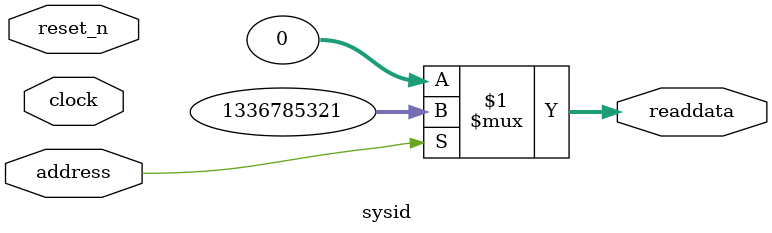
<source format=v>

`timescale 1ns / 1ps
// synthesis translate_on

// turn off superfluous verilog processor warnings 
// altera message_level Level1 
// altera message_off 10034 10035 10036 10037 10230 10240 10030 

module sysid (
               // inputs:
                address,
                clock,
                reset_n,

               // outputs:
                readdata
             )
;

  output  [ 31: 0] readdata;
  input            address;
  input            clock;
  input            reset_n;

  wire    [ 31: 0] readdata;
  //control_slave, which is an e_avalon_slave
  assign readdata = address ? 1336785321 : 0;

endmodule


</source>
